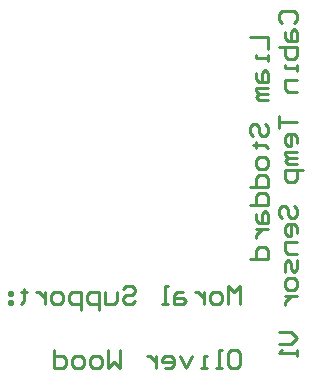
<source format=gbo>
G04 Layer_Color=32896*
%FSLAX44Y44*%
%MOMM*%
G71*
G01*
G75*
%ADD18C,0.2540*%
D18*
X298704Y121906D02*
Y137142D01*
X293626Y132063D01*
X288547Y137142D01*
Y121906D01*
X280930D02*
X275851D01*
X273312Y124446D01*
Y129524D01*
X275851Y132063D01*
X280930D01*
X283469Y129524D01*
Y124446D01*
X280930Y121906D01*
X268234Y132063D02*
Y121906D01*
Y126985D01*
X265695Y129524D01*
X263155Y132063D01*
X260616D01*
X250460D02*
X245381D01*
X242842Y129524D01*
Y121906D01*
X250460D01*
X252999Y124446D01*
X250460Y126985D01*
X242842D01*
X237764Y121906D02*
X232685D01*
X235224D01*
Y137142D01*
X237764D01*
X199676Y134602D02*
X202215Y137142D01*
X207294D01*
X209833Y134602D01*
Y132063D01*
X207294Y129524D01*
X202215D01*
X199676Y126985D01*
Y124446D01*
X202215Y121906D01*
X207294D01*
X209833Y124446D01*
X194598Y132063D02*
Y124446D01*
X192059Y121906D01*
X184441D01*
Y132063D01*
X179363Y116828D02*
Y132063D01*
X171745D01*
X169206Y129524D01*
Y124446D01*
X171745Y121906D01*
X179363D01*
X164128Y116828D02*
Y132063D01*
X156510D01*
X153971Y129524D01*
Y124446D01*
X156510Y121906D01*
X164128D01*
X146353D02*
X141275D01*
X138736Y124446D01*
Y129524D01*
X141275Y132063D01*
X146353D01*
X148892Y129524D01*
Y124446D01*
X146353Y121906D01*
X133657Y132063D02*
Y121906D01*
Y126985D01*
X131118Y129524D01*
X128579Y132063D01*
X126040D01*
X115883Y134602D02*
Y132063D01*
X118422D01*
X113344D01*
X115883D01*
Y124446D01*
X113344Y121906D01*
X105726Y132063D02*
X103187D01*
Y129524D01*
X105726D01*
Y132063D01*
Y124446D02*
X103187D01*
Y121906D01*
X105726D01*
Y124446D01*
X291087Y83307D02*
X296165D01*
X298704Y80768D01*
Y70611D01*
X296165Y68072D01*
X291087D01*
X288547Y70611D01*
Y80768D01*
X291087Y83307D01*
X283469Y68072D02*
X278391D01*
X280930D01*
Y83307D01*
X283469D01*
X270773Y68072D02*
X265695D01*
X268234D01*
Y78229D01*
X270773D01*
X258077D02*
X252999Y68072D01*
X247920Y78229D01*
X235224Y68072D02*
X240303D01*
X242842Y70611D01*
Y75690D01*
X240303Y78229D01*
X235224D01*
X232685Y75690D01*
Y73150D01*
X242842D01*
X227607Y78229D02*
Y68072D01*
Y73150D01*
X225068Y75690D01*
X222529Y78229D01*
X219989D01*
X197137Y83307D02*
Y68072D01*
X192059Y73150D01*
X186980Y68072D01*
Y83307D01*
X179363Y68072D02*
X174284D01*
X171745Y70611D01*
Y75690D01*
X174284Y78229D01*
X179363D01*
X181902Y75690D01*
Y70611D01*
X179363Y68072D01*
X164128D02*
X159049D01*
X156510Y70611D01*
Y75690D01*
X159049Y78229D01*
X164128D01*
X166667Y75690D01*
Y70611D01*
X164128Y68072D01*
X141275Y83307D02*
Y68072D01*
X148892D01*
X151432Y70611D01*
Y75690D01*
X148892Y78229D01*
X141275D01*
X334776Y359921D02*
X332237Y362461D01*
Y367539D01*
X334776Y370078D01*
X344933D01*
X347472Y367539D01*
Y362461D01*
X344933Y359921D01*
X337315Y352304D02*
Y347225D01*
X339855Y344686D01*
X347472D01*
Y352304D01*
X344933Y354843D01*
X342394Y352304D01*
Y344686D01*
X332237Y339608D02*
X347472D01*
Y331990D01*
X344933Y329451D01*
X342394D01*
X339855D01*
X337315Y331990D01*
Y339608D01*
X347472Y324373D02*
Y319294D01*
Y321834D01*
X337315D01*
Y324373D01*
X347472Y311677D02*
X337315D01*
Y304059D01*
X339855Y301520D01*
X347472D01*
X332237Y281207D02*
Y271050D01*
Y276128D01*
X347472D01*
Y258354D02*
Y263433D01*
X344933Y265972D01*
X339855D01*
X337315Y263433D01*
Y258354D01*
X339855Y255815D01*
X342394D01*
Y265972D01*
X347472Y250737D02*
X337315D01*
Y248197D01*
X339855Y245658D01*
X347472D01*
X339855D01*
X337315Y243119D01*
X339855Y240580D01*
X347472D01*
X352550Y235501D02*
X337315D01*
Y227884D01*
X339855Y225345D01*
X344933D01*
X347472Y227884D01*
Y235501D01*
X334776Y194875D02*
X332237Y197414D01*
Y202492D01*
X334776Y205031D01*
X337315D01*
X339855Y202492D01*
Y197414D01*
X342394Y194875D01*
X344933D01*
X347472Y197414D01*
Y202492D01*
X344933Y205031D01*
X347472Y182179D02*
Y187257D01*
X344933Y189796D01*
X339855D01*
X337315Y187257D01*
Y182179D01*
X339855Y179640D01*
X342394D01*
Y189796D01*
X347472Y174561D02*
X337315D01*
Y166944D01*
X339855Y164405D01*
X347472D01*
Y159326D02*
Y151709D01*
X344933Y149170D01*
X342394Y151709D01*
Y156787D01*
X339855Y159326D01*
X337315Y156787D01*
Y149170D01*
X347472Y141552D02*
Y136474D01*
X344933Y133934D01*
X339855D01*
X337315Y136474D01*
Y141552D01*
X339855Y144091D01*
X344933D01*
X347472Y141552D01*
X337315Y128856D02*
X347472D01*
X342394D01*
X339855Y126317D01*
X337315Y123778D01*
Y121238D01*
X332237Y98386D02*
X342394D01*
X347472Y93308D01*
X342394Y88229D01*
X332237D01*
X347472Y83151D02*
Y78073D01*
Y80612D01*
X332237D01*
X334776Y83151D01*
X307091Y347726D02*
X322326D01*
Y337569D01*
Y332491D02*
Y327413D01*
Y329952D01*
X312169D01*
Y332491D01*
Y317256D02*
Y312178D01*
X314708Y309638D01*
X322326D01*
Y317256D01*
X319787Y319795D01*
X317248Y317256D01*
Y309638D01*
X322326Y304560D02*
X312169D01*
Y302021D01*
X314708Y299482D01*
X322326D01*
X314708D01*
X312169Y296942D01*
X314708Y294403D01*
X322326D01*
X309630Y263933D02*
X307091Y266472D01*
Y271551D01*
X309630Y274090D01*
X312169D01*
X314708Y271551D01*
Y266472D01*
X317248Y263933D01*
X319787D01*
X322326Y266472D01*
Y271551D01*
X319787Y274090D01*
X309630Y256316D02*
X312169D01*
Y258855D01*
Y253776D01*
Y256316D01*
X319787D01*
X322326Y253776D01*
Y243620D02*
Y238541D01*
X319787Y236002D01*
X314708D01*
X312169Y238541D01*
Y243620D01*
X314708Y246159D01*
X319787D01*
X322326Y243620D01*
X307091Y220767D02*
X322326D01*
Y228385D01*
X319787Y230924D01*
X314708D01*
X312169Y228385D01*
Y220767D01*
X307091Y205532D02*
X322326D01*
Y213150D01*
X319787Y215689D01*
X314708D01*
X312169Y213150D01*
Y205532D01*
Y197915D02*
Y192836D01*
X314708Y190297D01*
X322326D01*
Y197915D01*
X319787Y200454D01*
X317248Y197915D01*
Y190297D01*
X312169Y185219D02*
X322326D01*
X317248D01*
X314708Y182679D01*
X312169Y180140D01*
Y177601D01*
X307091Y159827D02*
X322326D01*
Y167444D01*
X319787Y169984D01*
X314708D01*
X312169Y167444D01*
Y159827D01*
M02*

</source>
